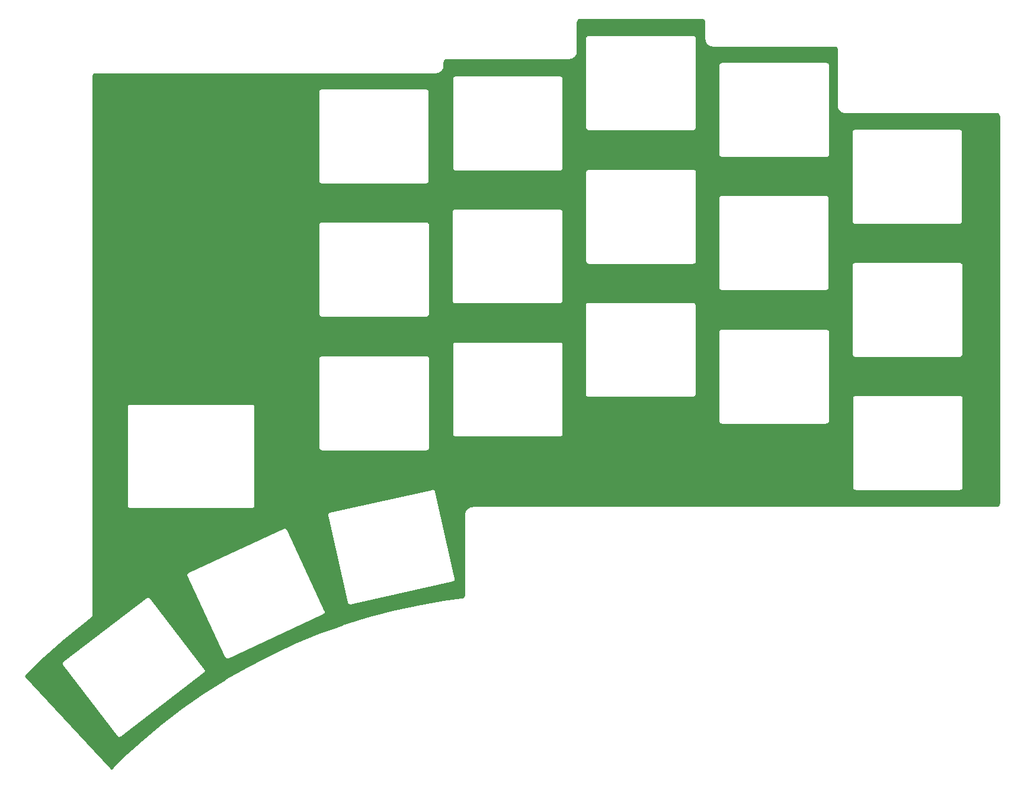
<source format=gbr>
%TF.GenerationSoftware,KiCad,Pcbnew,(5.1.7)-1*%
%TF.CreationDate,2021-07-26T00:39:18+05:30*%
%TF.ProjectId,Pteron36v0,50746572-6f6e-4333-9676-302e6b696361,rev?*%
%TF.SameCoordinates,Original*%
%TF.FileFunction,Copper,L2,Bot*%
%TF.FilePolarity,Positive*%
%FSLAX46Y46*%
G04 Gerber Fmt 4.6, Leading zero omitted, Abs format (unit mm)*
G04 Created by KiCad (PCBNEW (5.1.7)-1) date 2021-07-26 00:39:18*
%MOMM*%
%LPD*%
G01*
G04 APERTURE LIST*
%TA.AperFunction,NonConductor*%
%ADD10C,0.254000*%
%TD*%
%TA.AperFunction,NonConductor*%
%ADD11C,0.100000*%
%TD*%
G04 APERTURE END LIST*
D10*
X167548021Y-41240019D02*
X167614174Y-41259991D01*
X167675181Y-41292430D01*
X167728733Y-41336106D01*
X167772778Y-41389347D01*
X167805642Y-41450127D01*
X167826076Y-41516140D01*
X167835254Y-41603467D01*
X167835256Y-44020271D01*
X167836978Y-44037752D01*
X167836945Y-44042446D01*
X167837498Y-44048088D01*
X167853043Y-44195990D01*
X167860445Y-44232049D01*
X167867338Y-44268183D01*
X167868976Y-44273610D01*
X167912953Y-44415675D01*
X167927239Y-44449659D01*
X167940998Y-44483714D01*
X167943655Y-44488711D01*
X167943659Y-44488721D01*
X167943664Y-44488729D01*
X168014392Y-44619537D01*
X168034962Y-44650034D01*
X168055117Y-44680834D01*
X168058696Y-44685222D01*
X168058700Y-44685228D01*
X168058705Y-44685233D01*
X168153495Y-44799815D01*
X168179593Y-44825732D01*
X168205352Y-44852036D01*
X168209720Y-44855650D01*
X168324967Y-44949642D01*
X168355624Y-44970011D01*
X168385979Y-44990795D01*
X168390961Y-44993489D01*
X168390965Y-44993492D01*
X168390969Y-44993494D01*
X168522275Y-45063310D01*
X168556308Y-45077337D01*
X168590119Y-45091828D01*
X168595531Y-45093504D01*
X168595537Y-45093506D01*
X168737904Y-45136488D01*
X168774021Y-45143639D01*
X168809993Y-45151285D01*
X168815622Y-45151877D01*
X168815632Y-45151879D01*
X168815641Y-45151879D01*
X168958996Y-45165935D01*
X168983313Y-45168330D01*
X186382404Y-45168330D01*
X186471022Y-45177019D01*
X186537175Y-45196991D01*
X186598182Y-45229430D01*
X186651734Y-45273106D01*
X186695779Y-45326347D01*
X186728643Y-45387127D01*
X186749077Y-45453140D01*
X186758256Y-45540476D01*
X186758255Y-53545271D01*
X186759978Y-53562762D01*
X186759945Y-53567447D01*
X186760498Y-53573089D01*
X186776043Y-53720991D01*
X186783446Y-53757057D01*
X186790338Y-53793183D01*
X186791976Y-53798610D01*
X186835953Y-53940676D01*
X186850228Y-53974636D01*
X186863998Y-54008716D01*
X186866657Y-54013717D01*
X186866659Y-54013722D01*
X186866662Y-54013726D01*
X186937392Y-54144539D01*
X186957962Y-54175036D01*
X186978117Y-54205836D01*
X186981696Y-54210224D01*
X186981700Y-54210230D01*
X186981705Y-54210235D01*
X187076495Y-54324817D01*
X187102593Y-54350734D01*
X187128352Y-54377038D01*
X187132720Y-54380652D01*
X187247967Y-54474644D01*
X187278661Y-54495037D01*
X187308982Y-54515798D01*
X187313960Y-54518491D01*
X187313965Y-54518494D01*
X187313970Y-54518496D01*
X187445277Y-54588312D01*
X187479323Y-54602345D01*
X187513117Y-54616829D01*
X187518532Y-54618506D01*
X187660901Y-54661489D01*
X187696999Y-54668637D01*
X187732993Y-54676287D01*
X187738627Y-54676880D01*
X187738631Y-54676880D01*
X187886293Y-54691358D01*
X187906313Y-54693330D01*
X204837195Y-54693330D01*
X204837204Y-54693329D01*
X205559313Y-54693331D01*
X205599194Y-54693331D01*
X209559392Y-54693329D01*
X209648020Y-54702019D01*
X209714173Y-54721991D01*
X209775183Y-54754432D01*
X209828731Y-54798104D01*
X209872780Y-54851350D01*
X209905640Y-54912123D01*
X209926075Y-54978139D01*
X209935254Y-55065470D01*
X209935255Y-110401467D01*
X209926565Y-110490096D01*
X209906591Y-110556253D01*
X209874154Y-110617258D01*
X209830479Y-110670808D01*
X209777236Y-110714855D01*
X209716459Y-110747717D01*
X209650445Y-110768151D01*
X209563115Y-110777330D01*
X144726313Y-110777330D01*
X134676314Y-110777332D01*
X134658833Y-110779054D01*
X134654139Y-110779021D01*
X134648497Y-110779574D01*
X134500596Y-110795119D01*
X134464548Y-110802519D01*
X134428405Y-110809413D01*
X134422980Y-110811051D01*
X134422974Y-110811053D01*
X134280913Y-110855028D01*
X134246974Y-110869294D01*
X134212871Y-110883073D01*
X134207865Y-110885734D01*
X134077048Y-110956467D01*
X134046551Y-110977037D01*
X134015751Y-110997192D01*
X134011357Y-111000775D01*
X133896770Y-111095570D01*
X133870834Y-111121687D01*
X133844549Y-111147428D01*
X133840940Y-111151790D01*
X133840936Y-111151794D01*
X133840935Y-111151796D01*
X133746942Y-111267042D01*
X133726561Y-111297718D01*
X133705790Y-111328054D01*
X133703093Y-111333041D01*
X133633275Y-111464350D01*
X133619241Y-111498399D01*
X133604757Y-111532192D01*
X133603080Y-111537608D01*
X133560096Y-111679976D01*
X133552944Y-111716097D01*
X133545299Y-111752067D01*
X133544706Y-111757705D01*
X133530627Y-111901301D01*
X133528254Y-111925389D01*
X133528255Y-122847389D01*
X133528254Y-123482476D01*
X133519565Y-123571095D01*
X133499591Y-123637252D01*
X133467152Y-123698261D01*
X133423480Y-123751808D01*
X133370239Y-123795853D01*
X133309458Y-123828717D01*
X133243446Y-123849151D01*
X133149522Y-123859023D01*
X133134843Y-123860059D01*
X133117245Y-123862076D01*
X130558640Y-124211979D01*
X130551250Y-124213154D01*
X130543763Y-124214295D01*
X126909437Y-124849380D01*
X126909429Y-124849381D01*
X126908330Y-124849598D01*
X126892052Y-124852810D01*
X126892018Y-124852818D01*
X123288934Y-125645807D01*
X123288880Y-125645818D01*
X123271668Y-125650002D01*
X119706526Y-126599420D01*
X119706515Y-126599423D01*
X119689502Y-126604354D01*
X116169157Y-127708381D01*
X116152375Y-127714049D01*
X112683538Y-128970581D01*
X112667019Y-128976976D01*
X109256307Y-130383615D01*
X109256291Y-130383621D01*
X109240067Y-130390730D01*
X105893961Y-131944802D01*
X105893943Y-131944810D01*
X105878045Y-131952620D01*
X102602894Y-133651176D01*
X102587351Y-133659672D01*
X102587337Y-133659681D01*
X99389442Y-135499453D01*
X99389407Y-135499472D01*
X99384639Y-135502356D01*
X99374250Y-135508638D01*
X99374218Y-135508659D01*
X96259621Y-137486167D01*
X96259600Y-137486180D01*
X96253707Y-137490105D01*
X96244857Y-137495998D01*
X96244827Y-137496020D01*
X93219431Y-139607516D01*
X93205130Y-139617968D01*
X93205102Y-139617991D01*
X90274688Y-141859444D01*
X90260857Y-141870509D01*
X90260831Y-141870532D01*
X87430997Y-144237658D01*
X87430974Y-144237676D01*
X87424754Y-144243114D01*
X87417639Y-144249334D01*
X87417615Y-144249357D01*
X84693705Y-146737686D01*
X84688095Y-146743039D01*
X84682641Y-146748182D01*
X83096082Y-148310806D01*
X70832595Y-135090003D01*
X72642595Y-133349410D01*
X75990302Y-133349410D01*
X76004452Y-133435119D01*
X76035053Y-133516420D01*
X76080925Y-133590190D01*
X76095803Y-133606074D01*
X83861582Y-143726637D01*
X83873071Y-143745113D01*
X83887944Y-143760992D01*
X83887946Y-143760995D01*
X83932454Y-143808515D01*
X83958127Y-143826912D01*
X84003066Y-143859116D01*
X84046340Y-143878723D01*
X84082191Y-143894967D01*
X84166791Y-143914692D01*
X84253614Y-143917535D01*
X84339323Y-143903385D01*
X84420624Y-143872784D01*
X84494394Y-143826912D01*
X84510278Y-143812034D01*
X96376218Y-134706980D01*
X96394694Y-134695491D01*
X96410573Y-134680618D01*
X96410576Y-134680616D01*
X96458097Y-134636108D01*
X96508697Y-134565497D01*
X96544548Y-134486371D01*
X96564273Y-134401771D01*
X96567117Y-134314948D01*
X96552966Y-134229239D01*
X96552966Y-134229238D01*
X96522365Y-134147937D01*
X96487984Y-134092647D01*
X96487982Y-134092645D01*
X96476493Y-134074168D01*
X96461619Y-134058287D01*
X88695840Y-123937728D01*
X88684347Y-123919245D01*
X88624963Y-123855842D01*
X88554352Y-123805242D01*
X88475226Y-123769391D01*
X88390626Y-123749666D01*
X88303804Y-123746822D01*
X88218094Y-123760973D01*
X88136793Y-123791574D01*
X88089105Y-123821228D01*
X88063024Y-123837446D01*
X88047144Y-123852319D01*
X76181207Y-132957374D01*
X76162724Y-132968867D01*
X76099322Y-133028251D01*
X76048721Y-133098862D01*
X76012870Y-133177988D01*
X75993145Y-133262588D01*
X75990302Y-133349410D01*
X72642595Y-133349410D01*
X73400334Y-132620728D01*
X76353652Y-129991258D01*
X79407832Y-127475366D01*
X80315733Y-126764773D01*
X80319908Y-126762541D01*
X80381729Y-126711805D01*
X80432465Y-126649984D01*
X80470165Y-126579452D01*
X80482007Y-126540413D01*
X80482030Y-126540342D01*
X80482046Y-126540285D01*
X80493380Y-126502921D01*
X80497210Y-126464035D01*
X80497213Y-126464010D01*
X80497216Y-126463978D01*
X80499255Y-126443272D01*
X80499255Y-120667456D01*
X93817319Y-120667456D01*
X93829597Y-120753453D01*
X93858416Y-120835403D01*
X93869502Y-120854130D01*
X99260713Y-132415623D01*
X99267929Y-132436143D01*
X99279009Y-132454859D01*
X99279013Y-132454868D01*
X99312181Y-132510895D01*
X99370166Y-132575579D01*
X99439657Y-132627707D01*
X99517982Y-132665275D01*
X99602131Y-132686843D01*
X99688872Y-132691578D01*
X99774869Y-132679300D01*
X99778023Y-132678191D01*
X99856819Y-132650481D01*
X99875546Y-132639395D01*
X113430917Y-126318423D01*
X113451436Y-126311207D01*
X113470152Y-126300127D01*
X113470161Y-126300123D01*
X113526188Y-126266955D01*
X113590872Y-126208970D01*
X113643000Y-126139479D01*
X113680568Y-126061154D01*
X113686336Y-126038649D01*
X113702136Y-125977004D01*
X113706871Y-125890263D01*
X113694593Y-125804266D01*
X113672993Y-125742845D01*
X113665774Y-125722317D01*
X113654690Y-125703593D01*
X108263480Y-114142105D01*
X108256261Y-114121577D01*
X108212008Y-114046825D01*
X108154023Y-113982141D01*
X108084532Y-113930013D01*
X108006207Y-113892445D01*
X107922058Y-113870877D01*
X107835318Y-113866142D01*
X107835317Y-113866142D01*
X107749320Y-113878420D01*
X107709439Y-113892445D01*
X107667371Y-113907239D01*
X107648647Y-113918323D01*
X94093282Y-120239294D01*
X94072754Y-120246513D01*
X94054030Y-120257597D01*
X94054029Y-120257598D01*
X93998002Y-120290766D01*
X93933318Y-120348751D01*
X93881190Y-120418242D01*
X93843622Y-120496567D01*
X93822054Y-120580716D01*
X93817319Y-120667456D01*
X80499255Y-120667456D01*
X80499255Y-112007590D01*
X113962423Y-112007590D01*
X113972822Y-112093835D01*
X113979591Y-112114515D01*
X116740646Y-124568834D01*
X116743249Y-124590424D01*
X116750014Y-124611091D01*
X116750017Y-124611105D01*
X116770272Y-124672983D01*
X116812883Y-124748683D01*
X116869444Y-124814616D01*
X116937782Y-124868247D01*
X117015268Y-124907516D01*
X117098927Y-124930914D01*
X117185543Y-124937540D01*
X117250184Y-124929746D01*
X117250185Y-124929746D01*
X117271788Y-124927141D01*
X117292468Y-124920372D01*
X131894639Y-121683149D01*
X131916229Y-121680546D01*
X131936896Y-121673781D01*
X131936910Y-121673778D01*
X131998788Y-121653523D01*
X132074489Y-121610912D01*
X132140421Y-121554351D01*
X132194052Y-121486013D01*
X132233321Y-121408527D01*
X132256719Y-121324868D01*
X132263345Y-121238252D01*
X132252946Y-121152007D01*
X132246178Y-121131329D01*
X129485123Y-108677018D01*
X129482519Y-108655418D01*
X129475751Y-108634742D01*
X129475750Y-108634737D01*
X129455495Y-108572859D01*
X129412884Y-108497158D01*
X129356323Y-108431226D01*
X129287985Y-108377595D01*
X129210499Y-108338326D01*
X129126840Y-108314928D01*
X129040225Y-108308302D01*
X129040224Y-108308302D01*
X128975583Y-108316096D01*
X128975581Y-108316096D01*
X128953980Y-108318701D01*
X128933302Y-108325469D01*
X114331138Y-111562692D01*
X114309539Y-111565296D01*
X114288863Y-111572064D01*
X114288858Y-111572065D01*
X114226980Y-111592320D01*
X114151279Y-111634931D01*
X114085347Y-111691492D01*
X114031716Y-111759830D01*
X113992447Y-111837316D01*
X113969049Y-111920975D01*
X113962423Y-112007590D01*
X80499255Y-112007590D01*
X80499255Y-96550330D01*
X85307290Y-96550330D01*
X85309254Y-96570271D01*
X85309255Y-110730379D01*
X85307290Y-110750330D01*
X85315129Y-110829920D01*
X85338344Y-110906451D01*
X85376044Y-110976983D01*
X85426780Y-111038804D01*
X85488601Y-111089540D01*
X85559133Y-111127240D01*
X85635664Y-111150455D01*
X85695313Y-111156330D01*
X85695314Y-111156330D01*
X85715254Y-111158294D01*
X85735195Y-111156330D01*
X103195313Y-111156330D01*
X103215254Y-111158294D01*
X103235194Y-111156330D01*
X103235195Y-111156330D01*
X103294844Y-111150455D01*
X103371375Y-111127240D01*
X103441907Y-111089540D01*
X103503728Y-111038804D01*
X103554464Y-110976983D01*
X103592164Y-110906451D01*
X103615379Y-110829920D01*
X103623218Y-110750330D01*
X103621254Y-110730389D01*
X103621254Y-96570271D01*
X103623218Y-96550330D01*
X103615379Y-96470740D01*
X103592164Y-96394209D01*
X103554464Y-96323677D01*
X103503728Y-96261856D01*
X103441907Y-96211120D01*
X103371375Y-96173420D01*
X103294844Y-96150205D01*
X103235195Y-96144330D01*
X103215254Y-96142366D01*
X103195314Y-96144330D01*
X85735194Y-96144330D01*
X85715254Y-96142366D01*
X85695313Y-96144330D01*
X85635664Y-96150205D01*
X85559133Y-96173420D01*
X85488601Y-96211120D01*
X85426780Y-96261856D01*
X85376044Y-96323677D01*
X85338344Y-96394209D01*
X85315129Y-96470740D01*
X85307290Y-96550330D01*
X80499255Y-96550330D01*
X80499255Y-89669365D01*
X112718376Y-89669365D01*
X112720509Y-89691021D01*
X112720510Y-102447699D01*
X112718376Y-102469365D01*
X112726891Y-102555816D01*
X112752107Y-102638945D01*
X112793057Y-102715557D01*
X112848167Y-102782707D01*
X112915317Y-102837817D01*
X112991929Y-102878767D01*
X113075058Y-102903983D01*
X113139853Y-102910365D01*
X113161509Y-102912498D01*
X113183165Y-102910365D01*
X128139853Y-102910365D01*
X128161509Y-102912498D01*
X128247960Y-102903983D01*
X128331089Y-102878767D01*
X128407701Y-102837817D01*
X128474851Y-102782707D01*
X128529961Y-102715557D01*
X128570911Y-102638945D01*
X128596127Y-102555816D01*
X128602509Y-102491021D01*
X128604642Y-102469365D01*
X128602509Y-102447709D01*
X128602509Y-89691021D01*
X128604642Y-89669365D01*
X128596127Y-89582914D01*
X128570911Y-89499785D01*
X128529961Y-89423173D01*
X128474851Y-89356023D01*
X128407701Y-89300913D01*
X128331089Y-89259963D01*
X128247960Y-89234747D01*
X128183165Y-89228365D01*
X128161509Y-89226232D01*
X128139853Y-89228365D01*
X113183165Y-89228365D01*
X113161509Y-89226232D01*
X113139853Y-89228365D01*
X113075058Y-89234747D01*
X112991929Y-89259963D01*
X112915317Y-89300913D01*
X112848167Y-89356023D01*
X112793057Y-89423173D01*
X112752107Y-89499785D01*
X112726891Y-89582914D01*
X112718376Y-89669365D01*
X80499255Y-89669365D01*
X80499255Y-87693290D01*
X131785780Y-87693290D01*
X131787913Y-87714946D01*
X131787914Y-100471624D01*
X131785780Y-100493290D01*
X131794295Y-100579741D01*
X131819511Y-100662870D01*
X131860461Y-100739482D01*
X131915571Y-100806632D01*
X131982721Y-100861742D01*
X132059333Y-100902692D01*
X132142462Y-100927908D01*
X132207257Y-100934290D01*
X132228913Y-100936423D01*
X132250569Y-100934290D01*
X147207257Y-100934290D01*
X147228913Y-100936423D01*
X147315364Y-100927908D01*
X147398493Y-100902692D01*
X147475105Y-100861742D01*
X147542255Y-100806632D01*
X147597365Y-100739482D01*
X147638315Y-100662870D01*
X147663531Y-100579741D01*
X147669913Y-100514946D01*
X147672046Y-100493290D01*
X147669913Y-100471634D01*
X147669913Y-87714946D01*
X147672046Y-87693290D01*
X147663531Y-87606839D01*
X147638315Y-87523710D01*
X147597365Y-87447098D01*
X147542255Y-87379948D01*
X147475105Y-87324838D01*
X147398493Y-87283888D01*
X147315364Y-87258672D01*
X147250569Y-87252290D01*
X147228913Y-87250157D01*
X147207257Y-87252290D01*
X132250569Y-87252290D01*
X132228913Y-87250157D01*
X132207257Y-87252290D01*
X132142462Y-87258672D01*
X132059333Y-87283888D01*
X131982721Y-87324838D01*
X131915571Y-87379948D01*
X131860461Y-87447098D01*
X131819511Y-87523710D01*
X131794295Y-87606839D01*
X131785780Y-87693290D01*
X80499255Y-87693290D01*
X80499255Y-70543915D01*
X112698997Y-70543915D01*
X112701130Y-70565571D01*
X112701131Y-83322249D01*
X112698997Y-83343915D01*
X112707512Y-83430366D01*
X112732728Y-83513495D01*
X112773678Y-83590107D01*
X112828788Y-83657257D01*
X112895938Y-83712367D01*
X112972550Y-83753317D01*
X113055679Y-83778533D01*
X113120474Y-83784915D01*
X113142130Y-83787048D01*
X113163786Y-83784915D01*
X128120474Y-83784915D01*
X128142130Y-83787048D01*
X128228581Y-83778533D01*
X128311710Y-83753317D01*
X128388322Y-83712367D01*
X128455472Y-83657257D01*
X128510582Y-83590107D01*
X128551532Y-83513495D01*
X128576748Y-83430366D01*
X128583130Y-83365571D01*
X128585263Y-83343915D01*
X128583130Y-83322259D01*
X128583130Y-82009196D01*
X150779113Y-82009196D01*
X150781246Y-82030852D01*
X150781247Y-94787530D01*
X150779113Y-94809196D01*
X150787628Y-94895647D01*
X150812844Y-94978776D01*
X150853794Y-95055388D01*
X150908904Y-95122538D01*
X150976054Y-95177648D01*
X151052666Y-95218598D01*
X151135795Y-95243814D01*
X151200590Y-95250196D01*
X151222246Y-95252329D01*
X151243902Y-95250196D01*
X166200590Y-95250196D01*
X166222246Y-95252329D01*
X166308697Y-95243814D01*
X166391826Y-95218598D01*
X166468438Y-95177648D01*
X166535588Y-95122538D01*
X166590698Y-95055388D01*
X166631648Y-94978776D01*
X166656864Y-94895647D01*
X166663246Y-94830852D01*
X166665379Y-94809196D01*
X166663246Y-94787540D01*
X166663246Y-85854677D01*
X169839545Y-85854677D01*
X169841678Y-85876333D01*
X169841679Y-98633011D01*
X169839545Y-98654677D01*
X169848060Y-98741128D01*
X169873276Y-98824257D01*
X169914226Y-98900869D01*
X169969336Y-98968019D01*
X170036486Y-99023129D01*
X170113098Y-99064079D01*
X170196227Y-99089295D01*
X170261022Y-99095677D01*
X170282678Y-99097810D01*
X170304334Y-99095677D01*
X185261022Y-99095677D01*
X185282678Y-99097810D01*
X185369129Y-99089295D01*
X185452258Y-99064079D01*
X185528870Y-99023129D01*
X185596020Y-98968019D01*
X185651130Y-98900869D01*
X185692080Y-98824257D01*
X185717296Y-98741128D01*
X185723678Y-98676333D01*
X185725811Y-98654677D01*
X185723678Y-98633021D01*
X185723678Y-95340622D01*
X188941544Y-95340622D01*
X188943677Y-95362278D01*
X188943678Y-108118956D01*
X188941544Y-108140622D01*
X188950059Y-108227073D01*
X188975275Y-108310202D01*
X189016225Y-108386814D01*
X189071335Y-108453964D01*
X189138485Y-108509074D01*
X189215097Y-108550024D01*
X189298226Y-108575240D01*
X189363021Y-108581622D01*
X189384677Y-108583755D01*
X189406333Y-108581622D01*
X204363021Y-108581622D01*
X204384677Y-108583755D01*
X204471128Y-108575240D01*
X204554257Y-108550024D01*
X204630869Y-108509074D01*
X204698019Y-108453964D01*
X204753129Y-108386814D01*
X204794079Y-108310202D01*
X204819295Y-108227073D01*
X204825677Y-108162278D01*
X204827810Y-108140622D01*
X204825677Y-108118966D01*
X204825677Y-95362278D01*
X204827810Y-95340622D01*
X204819295Y-95254171D01*
X204794079Y-95171042D01*
X204753129Y-95094430D01*
X204698019Y-95027280D01*
X204630869Y-94972170D01*
X204554257Y-94931220D01*
X204471128Y-94906004D01*
X204406333Y-94899622D01*
X204384677Y-94897489D01*
X204363021Y-94899622D01*
X189406333Y-94899622D01*
X189384677Y-94897489D01*
X189363021Y-94899622D01*
X189298226Y-94906004D01*
X189215097Y-94931220D01*
X189138485Y-94972170D01*
X189071335Y-95027280D01*
X189016225Y-95094430D01*
X188975275Y-95171042D01*
X188950059Y-95254171D01*
X188941544Y-95340622D01*
X185723678Y-95340622D01*
X185723678Y-85876333D01*
X185725811Y-85854677D01*
X185717296Y-85768226D01*
X185692080Y-85685097D01*
X185651130Y-85608485D01*
X185596020Y-85541335D01*
X185528870Y-85486225D01*
X185452258Y-85445275D01*
X185369129Y-85420059D01*
X185304334Y-85413677D01*
X185282678Y-85411544D01*
X185261022Y-85413677D01*
X170304334Y-85413677D01*
X170282678Y-85411544D01*
X170261022Y-85413677D01*
X170196227Y-85420059D01*
X170113098Y-85445275D01*
X170036486Y-85486225D01*
X169969336Y-85541335D01*
X169914226Y-85608485D01*
X169873276Y-85685097D01*
X169848060Y-85768226D01*
X169839545Y-85854677D01*
X166663246Y-85854677D01*
X166663246Y-82030852D01*
X166665379Y-82009196D01*
X166656864Y-81922745D01*
X166631648Y-81839616D01*
X166590698Y-81763004D01*
X166535588Y-81695854D01*
X166468438Y-81640744D01*
X166391826Y-81599794D01*
X166308697Y-81574578D01*
X166243902Y-81568196D01*
X166222246Y-81566063D01*
X166200590Y-81568196D01*
X151243902Y-81568196D01*
X151222246Y-81566063D01*
X151200590Y-81568196D01*
X151135795Y-81574578D01*
X151052666Y-81599794D01*
X150976054Y-81640744D01*
X150908904Y-81695854D01*
X150853794Y-81763004D01*
X150812844Y-81839616D01*
X150787628Y-81922745D01*
X150779113Y-82009196D01*
X128583130Y-82009196D01*
X128583130Y-70565571D01*
X128585263Y-70543915D01*
X128576748Y-70457464D01*
X128551532Y-70374335D01*
X128510582Y-70297723D01*
X128455472Y-70230573D01*
X128388322Y-70175463D01*
X128311710Y-70134513D01*
X128228581Y-70109297D01*
X128163786Y-70102915D01*
X128142130Y-70100782D01*
X128120474Y-70102915D01*
X113163786Y-70102915D01*
X113142130Y-70100782D01*
X113120474Y-70102915D01*
X113055679Y-70109297D01*
X112972550Y-70134513D01*
X112895938Y-70175463D01*
X112828788Y-70230573D01*
X112773678Y-70297723D01*
X112732728Y-70374335D01*
X112707512Y-70457464D01*
X112698997Y-70543915D01*
X80499255Y-70543915D01*
X80499255Y-68658394D01*
X131742136Y-68658394D01*
X131744269Y-68680050D01*
X131744270Y-81436728D01*
X131742136Y-81458394D01*
X131750651Y-81544845D01*
X131775867Y-81627974D01*
X131816817Y-81704586D01*
X131871927Y-81771736D01*
X131939077Y-81826846D01*
X132015689Y-81867796D01*
X132098818Y-81893012D01*
X132163613Y-81899394D01*
X132185269Y-81901527D01*
X132206925Y-81899394D01*
X147163613Y-81899394D01*
X147185269Y-81901527D01*
X147271720Y-81893012D01*
X147354849Y-81867796D01*
X147431461Y-81826846D01*
X147498611Y-81771736D01*
X147553721Y-81704586D01*
X147594671Y-81627974D01*
X147619887Y-81544845D01*
X147626269Y-81480050D01*
X147628402Y-81458394D01*
X147626269Y-81436738D01*
X147626269Y-68680050D01*
X147628402Y-68658394D01*
X147619887Y-68571943D01*
X147594671Y-68488814D01*
X147553721Y-68412202D01*
X147498611Y-68345052D01*
X147431461Y-68289942D01*
X147354849Y-68248992D01*
X147271720Y-68223776D01*
X147206925Y-68217394D01*
X147185269Y-68215261D01*
X147163613Y-68217394D01*
X132206925Y-68217394D01*
X132185269Y-68215261D01*
X132163613Y-68217394D01*
X132098818Y-68223776D01*
X132015689Y-68248992D01*
X131939077Y-68289942D01*
X131871927Y-68345052D01*
X131816817Y-68412202D01*
X131775867Y-68488814D01*
X131750651Y-68571943D01*
X131742136Y-68658394D01*
X80499255Y-68658394D01*
X80499255Y-51509020D01*
X112655353Y-51509020D01*
X112657486Y-51530676D01*
X112657487Y-64287354D01*
X112655353Y-64309020D01*
X112663868Y-64395471D01*
X112689084Y-64478600D01*
X112730034Y-64555212D01*
X112785144Y-64622362D01*
X112852294Y-64677472D01*
X112928906Y-64718422D01*
X113012035Y-64743638D01*
X113076830Y-64750020D01*
X113098486Y-64752153D01*
X113120142Y-64750020D01*
X128076830Y-64750020D01*
X128098486Y-64752153D01*
X128184937Y-64743638D01*
X128268066Y-64718422D01*
X128344678Y-64677472D01*
X128411828Y-64622362D01*
X128466938Y-64555212D01*
X128507888Y-64478600D01*
X128533104Y-64395471D01*
X128539486Y-64330676D01*
X128541619Y-64309020D01*
X128539486Y-64287364D01*
X128539486Y-62998567D01*
X150826029Y-62998567D01*
X150828162Y-63020223D01*
X150828163Y-75776901D01*
X150826029Y-75798567D01*
X150834544Y-75885018D01*
X150859760Y-75968147D01*
X150900710Y-76044759D01*
X150955820Y-76111909D01*
X151022970Y-76167019D01*
X151099582Y-76207969D01*
X151182711Y-76233185D01*
X151247506Y-76239567D01*
X151269162Y-76241700D01*
X151290818Y-76239567D01*
X166247506Y-76239567D01*
X166269162Y-76241700D01*
X166355613Y-76233185D01*
X166438742Y-76207969D01*
X166515354Y-76167019D01*
X166582504Y-76111909D01*
X166637614Y-76044759D01*
X166678564Y-75968147D01*
X166703780Y-75885018D01*
X166710162Y-75820223D01*
X166712295Y-75798567D01*
X166710162Y-75776911D01*
X166710162Y-66729232D01*
X169820172Y-66729232D01*
X169822305Y-66750888D01*
X169822306Y-79507566D01*
X169820172Y-79529232D01*
X169828687Y-79615683D01*
X169853903Y-79698812D01*
X169894853Y-79775424D01*
X169949963Y-79842574D01*
X170017113Y-79897684D01*
X170093725Y-79938634D01*
X170176854Y-79963850D01*
X170241649Y-79970232D01*
X170263305Y-79972365D01*
X170284961Y-79970232D01*
X185241649Y-79970232D01*
X185263305Y-79972365D01*
X185349756Y-79963850D01*
X185432885Y-79938634D01*
X185509497Y-79897684D01*
X185576647Y-79842574D01*
X185631757Y-79775424D01*
X185672707Y-79698812D01*
X185697923Y-79615683D01*
X185704305Y-79550888D01*
X185706438Y-79529232D01*
X185704305Y-79507576D01*
X185704305Y-76305722D01*
X188897902Y-76305722D01*
X188900035Y-76327378D01*
X188900036Y-89084056D01*
X188897902Y-89105722D01*
X188906417Y-89192173D01*
X188931633Y-89275302D01*
X188972583Y-89351914D01*
X189027693Y-89419064D01*
X189094843Y-89474174D01*
X189171455Y-89515124D01*
X189254584Y-89540340D01*
X189319379Y-89546722D01*
X189341035Y-89548855D01*
X189362691Y-89546722D01*
X204319379Y-89546722D01*
X204341035Y-89548855D01*
X204427486Y-89540340D01*
X204510615Y-89515124D01*
X204587227Y-89474174D01*
X204654377Y-89419064D01*
X204709487Y-89351914D01*
X204750437Y-89275302D01*
X204775653Y-89192173D01*
X204782035Y-89127378D01*
X204784168Y-89105722D01*
X204782035Y-89084066D01*
X204782035Y-76327378D01*
X204784168Y-76305722D01*
X204775653Y-76219271D01*
X204750437Y-76136142D01*
X204709487Y-76059530D01*
X204654377Y-75992380D01*
X204587227Y-75937270D01*
X204510615Y-75896320D01*
X204427486Y-75871104D01*
X204362691Y-75864722D01*
X204341035Y-75862589D01*
X204319379Y-75864722D01*
X189362691Y-75864722D01*
X189341035Y-75862589D01*
X189319379Y-75864722D01*
X189254584Y-75871104D01*
X189171455Y-75896320D01*
X189094843Y-75937270D01*
X189027693Y-75992380D01*
X188972583Y-76059530D01*
X188931633Y-76136142D01*
X188906417Y-76219271D01*
X188897902Y-76305722D01*
X185704305Y-76305722D01*
X185704305Y-66750888D01*
X185706438Y-66729232D01*
X185697923Y-66642781D01*
X185672707Y-66559652D01*
X185631757Y-66483040D01*
X185576647Y-66415890D01*
X185509497Y-66360780D01*
X185432885Y-66319830D01*
X185349756Y-66294614D01*
X185284961Y-66288232D01*
X185263305Y-66286099D01*
X185241649Y-66288232D01*
X170284961Y-66288232D01*
X170263305Y-66286099D01*
X170241649Y-66288232D01*
X170176854Y-66294614D01*
X170093725Y-66319830D01*
X170017113Y-66360780D01*
X169949963Y-66415890D01*
X169894853Y-66483040D01*
X169853903Y-66559652D01*
X169828687Y-66642781D01*
X169820172Y-66729232D01*
X166710162Y-66729232D01*
X166710162Y-63020223D01*
X166712295Y-62998567D01*
X166703780Y-62912116D01*
X166678564Y-62828987D01*
X166637614Y-62752375D01*
X166582504Y-62685225D01*
X166515354Y-62630115D01*
X166438742Y-62589165D01*
X166355613Y-62563949D01*
X166290818Y-62557567D01*
X166269162Y-62555434D01*
X166247506Y-62557567D01*
X151290818Y-62557567D01*
X151269162Y-62555434D01*
X151247506Y-62557567D01*
X151182711Y-62563949D01*
X151099582Y-62589165D01*
X151022970Y-62630115D01*
X150955820Y-62685225D01*
X150900710Y-62752375D01*
X150859760Y-62828987D01*
X150834544Y-62912116D01*
X150826029Y-62998567D01*
X128539486Y-62998567D01*
X128539486Y-51530676D01*
X128541619Y-51509020D01*
X128533104Y-51422569D01*
X128507888Y-51339440D01*
X128466938Y-51262828D01*
X128411828Y-51195678D01*
X128344678Y-51140568D01*
X128268066Y-51099618D01*
X128184937Y-51074402D01*
X128120142Y-51068020D01*
X128098486Y-51065887D01*
X128076830Y-51068020D01*
X113120142Y-51068020D01*
X113098486Y-51065887D01*
X113076830Y-51068020D01*
X113012035Y-51074402D01*
X112928906Y-51099618D01*
X112852294Y-51140568D01*
X112785144Y-51195678D01*
X112730034Y-51262828D01*
X112689084Y-51339440D01*
X112663868Y-51422569D01*
X112655353Y-51509020D01*
X80499255Y-51509020D01*
X80499255Y-49647769D01*
X131789048Y-49647769D01*
X131791181Y-49669425D01*
X131791182Y-62426103D01*
X131789048Y-62447769D01*
X131797563Y-62534220D01*
X131822779Y-62617349D01*
X131863729Y-62693961D01*
X131918839Y-62761111D01*
X131985989Y-62816221D01*
X132062601Y-62857171D01*
X132145730Y-62882387D01*
X132210525Y-62888769D01*
X132232181Y-62890902D01*
X132253837Y-62888769D01*
X147210525Y-62888769D01*
X147232181Y-62890902D01*
X147318632Y-62882387D01*
X147401761Y-62857171D01*
X147478373Y-62816221D01*
X147545523Y-62761111D01*
X147600633Y-62693961D01*
X147641583Y-62617349D01*
X147666799Y-62534220D01*
X147673181Y-62469425D01*
X147675314Y-62447769D01*
X147673181Y-62426113D01*
X147673181Y-49669425D01*
X147675314Y-49647769D01*
X147666799Y-49561318D01*
X147641583Y-49478189D01*
X147600633Y-49401577D01*
X147545523Y-49334427D01*
X147478373Y-49279317D01*
X147401761Y-49238367D01*
X147318632Y-49213151D01*
X147253837Y-49206769D01*
X147232181Y-49204636D01*
X147210525Y-49206769D01*
X132253837Y-49206769D01*
X132232181Y-49204636D01*
X132210525Y-49206769D01*
X132145730Y-49213151D01*
X132062601Y-49238367D01*
X131985989Y-49279317D01*
X131918839Y-49334427D01*
X131863729Y-49401577D01*
X131822779Y-49478189D01*
X131797563Y-49561318D01*
X131789048Y-49647769D01*
X80499255Y-49647769D01*
X80499255Y-49354171D01*
X80507943Y-49265563D01*
X80527915Y-49199410D01*
X80560354Y-49138403D01*
X80604030Y-49084851D01*
X80657271Y-49040806D01*
X80718051Y-49007942D01*
X80784064Y-48987508D01*
X80871390Y-48978330D01*
X129526196Y-48978330D01*
X129543687Y-48976607D01*
X129548371Y-48976640D01*
X129554013Y-48976087D01*
X129701915Y-48960542D01*
X129737974Y-48953140D01*
X129774108Y-48946247D01*
X129779535Y-48944609D01*
X129921600Y-48900632D01*
X129955584Y-48886346D01*
X129989639Y-48872587D01*
X129994636Y-48869930D01*
X129994646Y-48869926D01*
X129994654Y-48869921D01*
X130125462Y-48799193D01*
X130155959Y-48778623D01*
X130186759Y-48758468D01*
X130191147Y-48754889D01*
X130191153Y-48754885D01*
X130191158Y-48754880D01*
X130305740Y-48660090D01*
X130331657Y-48633992D01*
X130357961Y-48608233D01*
X130361575Y-48603865D01*
X130455567Y-48488618D01*
X130475936Y-48457961D01*
X130496720Y-48427606D01*
X130499414Y-48422624D01*
X130499417Y-48422620D01*
X130499419Y-48422616D01*
X130569235Y-48291310D01*
X130583262Y-48257277D01*
X130597753Y-48223466D01*
X130599430Y-48218050D01*
X130642413Y-48075681D01*
X130649564Y-48039564D01*
X130657210Y-48003592D01*
X130657802Y-47997963D01*
X130657804Y-47997953D01*
X130657804Y-47997944D01*
X130672103Y-47852108D01*
X130674254Y-47830271D01*
X130674254Y-47322194D01*
X130682944Y-47233565D01*
X130702916Y-47167412D01*
X130735357Y-47106402D01*
X130779029Y-47052854D01*
X130832275Y-47008805D01*
X130893048Y-46975945D01*
X130959064Y-46955510D01*
X131046395Y-46946331D01*
X148576196Y-46946331D01*
X148593687Y-46944608D01*
X148598371Y-46944641D01*
X148604013Y-46944088D01*
X148751916Y-46928543D01*
X148787965Y-46921143D01*
X148824106Y-46914249D01*
X148829531Y-46912611D01*
X148829537Y-46912609D01*
X148971599Y-46868634D01*
X149005538Y-46854368D01*
X149039641Y-46840589D01*
X149044641Y-46837931D01*
X149044645Y-46837929D01*
X149044648Y-46837927D01*
X149175466Y-46767194D01*
X149205989Y-46746605D01*
X149236761Y-46726469D01*
X149241152Y-46722888D01*
X149241156Y-46722885D01*
X149241160Y-46722881D01*
X149355742Y-46628091D01*
X149381659Y-46601993D01*
X149407963Y-46576234D01*
X149411577Y-46571866D01*
X149505569Y-46456619D01*
X149525938Y-46425962D01*
X149546722Y-46395607D01*
X149549416Y-46390625D01*
X149549419Y-46390621D01*
X149549421Y-46390617D01*
X149619237Y-46259311D01*
X149633266Y-46225274D01*
X149647755Y-46191469D01*
X149649432Y-46186054D01*
X149692415Y-46043685D01*
X149699563Y-46007587D01*
X149707213Y-45971593D01*
X149707806Y-45965955D01*
X149722318Y-45817948D01*
X149722318Y-45817937D01*
X149724255Y-45798271D01*
X149724255Y-43873116D01*
X150806646Y-43873116D01*
X150808779Y-43894772D01*
X150808780Y-56651450D01*
X150806646Y-56673116D01*
X150815161Y-56759567D01*
X150840377Y-56842696D01*
X150881327Y-56919308D01*
X150936437Y-56986458D01*
X151003587Y-57041568D01*
X151080199Y-57082518D01*
X151163328Y-57107734D01*
X151228123Y-57114116D01*
X151249779Y-57116249D01*
X151271435Y-57114116D01*
X166228123Y-57114116D01*
X166249779Y-57116249D01*
X166336230Y-57107734D01*
X166419359Y-57082518D01*
X166495971Y-57041568D01*
X166563121Y-56986458D01*
X166618231Y-56919308D01*
X166659181Y-56842696D01*
X166684397Y-56759567D01*
X166690779Y-56694772D01*
X166692912Y-56673116D01*
X166690779Y-56651460D01*
X166690779Y-47718605D01*
X169867082Y-47718605D01*
X169869215Y-47740261D01*
X169869216Y-60496939D01*
X169867082Y-60518605D01*
X169875597Y-60605056D01*
X169900813Y-60688185D01*
X169941763Y-60764797D01*
X169996873Y-60831947D01*
X170064023Y-60887057D01*
X170140635Y-60928007D01*
X170223764Y-60953223D01*
X170288559Y-60959605D01*
X170310215Y-60961738D01*
X170331871Y-60959605D01*
X185288559Y-60959605D01*
X185310215Y-60961738D01*
X185396666Y-60953223D01*
X185479795Y-60928007D01*
X185556407Y-60887057D01*
X185623557Y-60831947D01*
X185678667Y-60764797D01*
X185719617Y-60688185D01*
X185744833Y-60605056D01*
X185751215Y-60540261D01*
X185753348Y-60518605D01*
X185751215Y-60496949D01*
X185751215Y-57270820D01*
X188854254Y-57270820D01*
X188856387Y-57292476D01*
X188856388Y-70049154D01*
X188854254Y-70070820D01*
X188862769Y-70157271D01*
X188887985Y-70240400D01*
X188928935Y-70317012D01*
X188984045Y-70384162D01*
X189051195Y-70439272D01*
X189127807Y-70480222D01*
X189210936Y-70505438D01*
X189275731Y-70511820D01*
X189297387Y-70513953D01*
X189319043Y-70511820D01*
X204275731Y-70511820D01*
X204297387Y-70513953D01*
X204383838Y-70505438D01*
X204466967Y-70480222D01*
X204543579Y-70439272D01*
X204610729Y-70384162D01*
X204665839Y-70317012D01*
X204706789Y-70240400D01*
X204732005Y-70157271D01*
X204738387Y-70092476D01*
X204740520Y-70070820D01*
X204738387Y-70049164D01*
X204738387Y-57292476D01*
X204740520Y-57270820D01*
X204732005Y-57184369D01*
X204706789Y-57101240D01*
X204665839Y-57024628D01*
X204610729Y-56957478D01*
X204543579Y-56902368D01*
X204466967Y-56861418D01*
X204383838Y-56836202D01*
X204319043Y-56829820D01*
X204297387Y-56827687D01*
X204275731Y-56829820D01*
X189319043Y-56829820D01*
X189297387Y-56827687D01*
X189275731Y-56829820D01*
X189210936Y-56836202D01*
X189127807Y-56861418D01*
X189051195Y-56902368D01*
X188984045Y-56957478D01*
X188928935Y-57024628D01*
X188887985Y-57101240D01*
X188862769Y-57184369D01*
X188854254Y-57270820D01*
X185751215Y-57270820D01*
X185751215Y-47740261D01*
X185753348Y-47718605D01*
X185744833Y-47632154D01*
X185719617Y-47549025D01*
X185678667Y-47472413D01*
X185623557Y-47405263D01*
X185556407Y-47350153D01*
X185479795Y-47309203D01*
X185396666Y-47283987D01*
X185331871Y-47277605D01*
X185310215Y-47275472D01*
X185288559Y-47277605D01*
X170331871Y-47277605D01*
X170310215Y-47275472D01*
X170288559Y-47277605D01*
X170223764Y-47283987D01*
X170140635Y-47309203D01*
X170064023Y-47350153D01*
X169996873Y-47405263D01*
X169941763Y-47472413D01*
X169900813Y-47549025D01*
X169875597Y-47632154D01*
X169867082Y-47718605D01*
X166690779Y-47718605D01*
X166690779Y-43894772D01*
X166692912Y-43873116D01*
X166684397Y-43786665D01*
X166659181Y-43703536D01*
X166618231Y-43626924D01*
X166563121Y-43559774D01*
X166495971Y-43504664D01*
X166419359Y-43463714D01*
X166336230Y-43438498D01*
X166271435Y-43432116D01*
X166249779Y-43429983D01*
X166228123Y-43432116D01*
X151271435Y-43432116D01*
X151249779Y-43429983D01*
X151228123Y-43432116D01*
X151163328Y-43438498D01*
X151080199Y-43463714D01*
X151003587Y-43504664D01*
X150936437Y-43559774D01*
X150881327Y-43626924D01*
X150840377Y-43703536D01*
X150815161Y-43786665D01*
X150806646Y-43873116D01*
X149724255Y-43873116D01*
X149724255Y-41607183D01*
X149732944Y-41518565D01*
X149752916Y-41452412D01*
X149785356Y-41391401D01*
X149829030Y-41337852D01*
X149882271Y-41293807D01*
X149943053Y-41260942D01*
X150009060Y-41240510D01*
X150096394Y-41231331D01*
X167459413Y-41231331D01*
X167548021Y-41240019D01*
%TA.AperFunction,NonConductor*%
D11*
G36*
X167548021Y-41240019D02*
G01*
X167614174Y-41259991D01*
X167675181Y-41292430D01*
X167728733Y-41336106D01*
X167772778Y-41389347D01*
X167805642Y-41450127D01*
X167826076Y-41516140D01*
X167835254Y-41603467D01*
X167835256Y-44020271D01*
X167836978Y-44037752D01*
X167836945Y-44042446D01*
X167837498Y-44048088D01*
X167853043Y-44195990D01*
X167860445Y-44232049D01*
X167867338Y-44268183D01*
X167868976Y-44273610D01*
X167912953Y-44415675D01*
X167927239Y-44449659D01*
X167940998Y-44483714D01*
X167943655Y-44488711D01*
X167943659Y-44488721D01*
X167943664Y-44488729D01*
X168014392Y-44619537D01*
X168034962Y-44650034D01*
X168055117Y-44680834D01*
X168058696Y-44685222D01*
X168058700Y-44685228D01*
X168058705Y-44685233D01*
X168153495Y-44799815D01*
X168179593Y-44825732D01*
X168205352Y-44852036D01*
X168209720Y-44855650D01*
X168324967Y-44949642D01*
X168355624Y-44970011D01*
X168385979Y-44990795D01*
X168390961Y-44993489D01*
X168390965Y-44993492D01*
X168390969Y-44993494D01*
X168522275Y-45063310D01*
X168556308Y-45077337D01*
X168590119Y-45091828D01*
X168595531Y-45093504D01*
X168595537Y-45093506D01*
X168737904Y-45136488D01*
X168774021Y-45143639D01*
X168809993Y-45151285D01*
X168815622Y-45151877D01*
X168815632Y-45151879D01*
X168815641Y-45151879D01*
X168958996Y-45165935D01*
X168983313Y-45168330D01*
X186382404Y-45168330D01*
X186471022Y-45177019D01*
X186537175Y-45196991D01*
X186598182Y-45229430D01*
X186651734Y-45273106D01*
X186695779Y-45326347D01*
X186728643Y-45387127D01*
X186749077Y-45453140D01*
X186758256Y-45540476D01*
X186758255Y-53545271D01*
X186759978Y-53562762D01*
X186759945Y-53567447D01*
X186760498Y-53573089D01*
X186776043Y-53720991D01*
X186783446Y-53757057D01*
X186790338Y-53793183D01*
X186791976Y-53798610D01*
X186835953Y-53940676D01*
X186850228Y-53974636D01*
X186863998Y-54008716D01*
X186866657Y-54013717D01*
X186866659Y-54013722D01*
X186866662Y-54013726D01*
X186937392Y-54144539D01*
X186957962Y-54175036D01*
X186978117Y-54205836D01*
X186981696Y-54210224D01*
X186981700Y-54210230D01*
X186981705Y-54210235D01*
X187076495Y-54324817D01*
X187102593Y-54350734D01*
X187128352Y-54377038D01*
X187132720Y-54380652D01*
X187247967Y-54474644D01*
X187278661Y-54495037D01*
X187308982Y-54515798D01*
X187313960Y-54518491D01*
X187313965Y-54518494D01*
X187313970Y-54518496D01*
X187445277Y-54588312D01*
X187479323Y-54602345D01*
X187513117Y-54616829D01*
X187518532Y-54618506D01*
X187660901Y-54661489D01*
X187696999Y-54668637D01*
X187732993Y-54676287D01*
X187738627Y-54676880D01*
X187738631Y-54676880D01*
X187886293Y-54691358D01*
X187906313Y-54693330D01*
X204837195Y-54693330D01*
X204837204Y-54693329D01*
X205559313Y-54693331D01*
X205599194Y-54693331D01*
X209559392Y-54693329D01*
X209648020Y-54702019D01*
X209714173Y-54721991D01*
X209775183Y-54754432D01*
X209828731Y-54798104D01*
X209872780Y-54851350D01*
X209905640Y-54912123D01*
X209926075Y-54978139D01*
X209935254Y-55065470D01*
X209935255Y-110401467D01*
X209926565Y-110490096D01*
X209906591Y-110556253D01*
X209874154Y-110617258D01*
X209830479Y-110670808D01*
X209777236Y-110714855D01*
X209716459Y-110747717D01*
X209650445Y-110768151D01*
X209563115Y-110777330D01*
X144726313Y-110777330D01*
X134676314Y-110777332D01*
X134658833Y-110779054D01*
X134654139Y-110779021D01*
X134648497Y-110779574D01*
X134500596Y-110795119D01*
X134464548Y-110802519D01*
X134428405Y-110809413D01*
X134422980Y-110811051D01*
X134422974Y-110811053D01*
X134280913Y-110855028D01*
X134246974Y-110869294D01*
X134212871Y-110883073D01*
X134207865Y-110885734D01*
X134077048Y-110956467D01*
X134046551Y-110977037D01*
X134015751Y-110997192D01*
X134011357Y-111000775D01*
X133896770Y-111095570D01*
X133870834Y-111121687D01*
X133844549Y-111147428D01*
X133840940Y-111151790D01*
X133840936Y-111151794D01*
X133840935Y-111151796D01*
X133746942Y-111267042D01*
X133726561Y-111297718D01*
X133705790Y-111328054D01*
X133703093Y-111333041D01*
X133633275Y-111464350D01*
X133619241Y-111498399D01*
X133604757Y-111532192D01*
X133603080Y-111537608D01*
X133560096Y-111679976D01*
X133552944Y-111716097D01*
X133545299Y-111752067D01*
X133544706Y-111757705D01*
X133530627Y-111901301D01*
X133528254Y-111925389D01*
X133528255Y-122847389D01*
X133528254Y-123482476D01*
X133519565Y-123571095D01*
X133499591Y-123637252D01*
X133467152Y-123698261D01*
X133423480Y-123751808D01*
X133370239Y-123795853D01*
X133309458Y-123828717D01*
X133243446Y-123849151D01*
X133149522Y-123859023D01*
X133134843Y-123860059D01*
X133117245Y-123862076D01*
X130558640Y-124211979D01*
X130551250Y-124213154D01*
X130543763Y-124214295D01*
X126909437Y-124849380D01*
X126909429Y-124849381D01*
X126908330Y-124849598D01*
X126892052Y-124852810D01*
X126892018Y-124852818D01*
X123288934Y-125645807D01*
X123288880Y-125645818D01*
X123271668Y-125650002D01*
X119706526Y-126599420D01*
X119706515Y-126599423D01*
X119689502Y-126604354D01*
X116169157Y-127708381D01*
X116152375Y-127714049D01*
X112683538Y-128970581D01*
X112667019Y-128976976D01*
X109256307Y-130383615D01*
X109256291Y-130383621D01*
X109240067Y-130390730D01*
X105893961Y-131944802D01*
X105893943Y-131944810D01*
X105878045Y-131952620D01*
X102602894Y-133651176D01*
X102587351Y-133659672D01*
X102587337Y-133659681D01*
X99389442Y-135499453D01*
X99389407Y-135499472D01*
X99384639Y-135502356D01*
X99374250Y-135508638D01*
X99374218Y-135508659D01*
X96259621Y-137486167D01*
X96259600Y-137486180D01*
X96253707Y-137490105D01*
X96244857Y-137495998D01*
X96244827Y-137496020D01*
X93219431Y-139607516D01*
X93205130Y-139617968D01*
X93205102Y-139617991D01*
X90274688Y-141859444D01*
X90260857Y-141870509D01*
X90260831Y-141870532D01*
X87430997Y-144237658D01*
X87430974Y-144237676D01*
X87424754Y-144243114D01*
X87417639Y-144249334D01*
X87417615Y-144249357D01*
X84693705Y-146737686D01*
X84688095Y-146743039D01*
X84682641Y-146748182D01*
X83096082Y-148310806D01*
X70832595Y-135090003D01*
X72642595Y-133349410D01*
X75990302Y-133349410D01*
X76004452Y-133435119D01*
X76035053Y-133516420D01*
X76080925Y-133590190D01*
X76095803Y-133606074D01*
X83861582Y-143726637D01*
X83873071Y-143745113D01*
X83887944Y-143760992D01*
X83887946Y-143760995D01*
X83932454Y-143808515D01*
X83958127Y-143826912D01*
X84003066Y-143859116D01*
X84046340Y-143878723D01*
X84082191Y-143894967D01*
X84166791Y-143914692D01*
X84253614Y-143917535D01*
X84339323Y-143903385D01*
X84420624Y-143872784D01*
X84494394Y-143826912D01*
X84510278Y-143812034D01*
X96376218Y-134706980D01*
X96394694Y-134695491D01*
X96410573Y-134680618D01*
X96410576Y-134680616D01*
X96458097Y-134636108D01*
X96508697Y-134565497D01*
X96544548Y-134486371D01*
X96564273Y-134401771D01*
X96567117Y-134314948D01*
X96552966Y-134229239D01*
X96552966Y-134229238D01*
X96522365Y-134147937D01*
X96487984Y-134092647D01*
X96487982Y-134092645D01*
X96476493Y-134074168D01*
X96461619Y-134058287D01*
X88695840Y-123937728D01*
X88684347Y-123919245D01*
X88624963Y-123855842D01*
X88554352Y-123805242D01*
X88475226Y-123769391D01*
X88390626Y-123749666D01*
X88303804Y-123746822D01*
X88218094Y-123760973D01*
X88136793Y-123791574D01*
X88089105Y-123821228D01*
X88063024Y-123837446D01*
X88047144Y-123852319D01*
X76181207Y-132957374D01*
X76162724Y-132968867D01*
X76099322Y-133028251D01*
X76048721Y-133098862D01*
X76012870Y-133177988D01*
X75993145Y-133262588D01*
X75990302Y-133349410D01*
X72642595Y-133349410D01*
X73400334Y-132620728D01*
X76353652Y-129991258D01*
X79407832Y-127475366D01*
X80315733Y-126764773D01*
X80319908Y-126762541D01*
X80381729Y-126711805D01*
X80432465Y-126649984D01*
X80470165Y-126579452D01*
X80482007Y-126540413D01*
X80482030Y-126540342D01*
X80482046Y-126540285D01*
X80493380Y-126502921D01*
X80497210Y-126464035D01*
X80497213Y-126464010D01*
X80497216Y-126463978D01*
X80499255Y-126443272D01*
X80499255Y-120667456D01*
X93817319Y-120667456D01*
X93829597Y-120753453D01*
X93858416Y-120835403D01*
X93869502Y-120854130D01*
X99260713Y-132415623D01*
X99267929Y-132436143D01*
X99279009Y-132454859D01*
X99279013Y-132454868D01*
X99312181Y-132510895D01*
X99370166Y-132575579D01*
X99439657Y-132627707D01*
X99517982Y-132665275D01*
X99602131Y-132686843D01*
X99688872Y-132691578D01*
X99774869Y-132679300D01*
X99778023Y-132678191D01*
X99856819Y-132650481D01*
X99875546Y-132639395D01*
X113430917Y-126318423D01*
X113451436Y-126311207D01*
X113470152Y-126300127D01*
X113470161Y-126300123D01*
X113526188Y-126266955D01*
X113590872Y-126208970D01*
X113643000Y-126139479D01*
X113680568Y-126061154D01*
X113686336Y-126038649D01*
X113702136Y-125977004D01*
X113706871Y-125890263D01*
X113694593Y-125804266D01*
X113672993Y-125742845D01*
X113665774Y-125722317D01*
X113654690Y-125703593D01*
X108263480Y-114142105D01*
X108256261Y-114121577D01*
X108212008Y-114046825D01*
X108154023Y-113982141D01*
X108084532Y-113930013D01*
X108006207Y-113892445D01*
X107922058Y-113870877D01*
X107835318Y-113866142D01*
X107835317Y-113866142D01*
X107749320Y-113878420D01*
X107709439Y-113892445D01*
X107667371Y-113907239D01*
X107648647Y-113918323D01*
X94093282Y-120239294D01*
X94072754Y-120246513D01*
X94054030Y-120257597D01*
X94054029Y-120257598D01*
X93998002Y-120290766D01*
X93933318Y-120348751D01*
X93881190Y-120418242D01*
X93843622Y-120496567D01*
X93822054Y-120580716D01*
X93817319Y-120667456D01*
X80499255Y-120667456D01*
X80499255Y-112007590D01*
X113962423Y-112007590D01*
X113972822Y-112093835D01*
X113979591Y-112114515D01*
X116740646Y-124568834D01*
X116743249Y-124590424D01*
X116750014Y-124611091D01*
X116750017Y-124611105D01*
X116770272Y-124672983D01*
X116812883Y-124748683D01*
X116869444Y-124814616D01*
X116937782Y-124868247D01*
X117015268Y-124907516D01*
X117098927Y-124930914D01*
X117185543Y-124937540D01*
X117250184Y-124929746D01*
X117250185Y-124929746D01*
X117271788Y-124927141D01*
X117292468Y-124920372D01*
X131894639Y-121683149D01*
X131916229Y-121680546D01*
X131936896Y-121673781D01*
X131936910Y-121673778D01*
X131998788Y-121653523D01*
X132074489Y-121610912D01*
X132140421Y-121554351D01*
X132194052Y-121486013D01*
X132233321Y-121408527D01*
X132256719Y-121324868D01*
X132263345Y-121238252D01*
X132252946Y-121152007D01*
X132246178Y-121131329D01*
X129485123Y-108677018D01*
X129482519Y-108655418D01*
X129475751Y-108634742D01*
X129475750Y-108634737D01*
X129455495Y-108572859D01*
X129412884Y-108497158D01*
X129356323Y-108431226D01*
X129287985Y-108377595D01*
X129210499Y-108338326D01*
X129126840Y-108314928D01*
X129040225Y-108308302D01*
X129040224Y-108308302D01*
X128975583Y-108316096D01*
X128975581Y-108316096D01*
X128953980Y-108318701D01*
X128933302Y-108325469D01*
X114331138Y-111562692D01*
X114309539Y-111565296D01*
X114288863Y-111572064D01*
X114288858Y-111572065D01*
X114226980Y-111592320D01*
X114151279Y-111634931D01*
X114085347Y-111691492D01*
X114031716Y-111759830D01*
X113992447Y-111837316D01*
X113969049Y-111920975D01*
X113962423Y-112007590D01*
X80499255Y-112007590D01*
X80499255Y-96550330D01*
X85307290Y-96550330D01*
X85309254Y-96570271D01*
X85309255Y-110730379D01*
X85307290Y-110750330D01*
X85315129Y-110829920D01*
X85338344Y-110906451D01*
X85376044Y-110976983D01*
X85426780Y-111038804D01*
X85488601Y-111089540D01*
X85559133Y-111127240D01*
X85635664Y-111150455D01*
X85695313Y-111156330D01*
X85695314Y-111156330D01*
X85715254Y-111158294D01*
X85735195Y-111156330D01*
X103195313Y-111156330D01*
X103215254Y-111158294D01*
X103235194Y-111156330D01*
X103235195Y-111156330D01*
X103294844Y-111150455D01*
X103371375Y-111127240D01*
X103441907Y-111089540D01*
X103503728Y-111038804D01*
X103554464Y-110976983D01*
X103592164Y-110906451D01*
X103615379Y-110829920D01*
X103623218Y-110750330D01*
X103621254Y-110730389D01*
X103621254Y-96570271D01*
X103623218Y-96550330D01*
X103615379Y-96470740D01*
X103592164Y-96394209D01*
X103554464Y-96323677D01*
X103503728Y-96261856D01*
X103441907Y-96211120D01*
X103371375Y-96173420D01*
X103294844Y-96150205D01*
X103235195Y-96144330D01*
X103215254Y-96142366D01*
X103195314Y-96144330D01*
X85735194Y-96144330D01*
X85715254Y-96142366D01*
X85695313Y-96144330D01*
X85635664Y-96150205D01*
X85559133Y-96173420D01*
X85488601Y-96211120D01*
X85426780Y-96261856D01*
X85376044Y-96323677D01*
X85338344Y-96394209D01*
X85315129Y-96470740D01*
X85307290Y-96550330D01*
X80499255Y-96550330D01*
X80499255Y-89669365D01*
X112718376Y-89669365D01*
X112720509Y-89691021D01*
X112720510Y-102447699D01*
X112718376Y-102469365D01*
X112726891Y-102555816D01*
X112752107Y-102638945D01*
X112793057Y-102715557D01*
X112848167Y-102782707D01*
X112915317Y-102837817D01*
X112991929Y-102878767D01*
X113075058Y-102903983D01*
X113139853Y-102910365D01*
X113161509Y-102912498D01*
X113183165Y-102910365D01*
X128139853Y-102910365D01*
X128161509Y-102912498D01*
X128247960Y-102903983D01*
X128331089Y-102878767D01*
X128407701Y-102837817D01*
X128474851Y-102782707D01*
X128529961Y-102715557D01*
X128570911Y-102638945D01*
X128596127Y-102555816D01*
X128602509Y-102491021D01*
X128604642Y-102469365D01*
X128602509Y-102447709D01*
X128602509Y-89691021D01*
X128604642Y-89669365D01*
X128596127Y-89582914D01*
X128570911Y-89499785D01*
X128529961Y-89423173D01*
X128474851Y-89356023D01*
X128407701Y-89300913D01*
X128331089Y-89259963D01*
X128247960Y-89234747D01*
X128183165Y-89228365D01*
X128161509Y-89226232D01*
X128139853Y-89228365D01*
X113183165Y-89228365D01*
X113161509Y-89226232D01*
X113139853Y-89228365D01*
X113075058Y-89234747D01*
X112991929Y-89259963D01*
X112915317Y-89300913D01*
X112848167Y-89356023D01*
X112793057Y-89423173D01*
X112752107Y-89499785D01*
X112726891Y-89582914D01*
X112718376Y-89669365D01*
X80499255Y-89669365D01*
X80499255Y-87693290D01*
X131785780Y-87693290D01*
X131787913Y-87714946D01*
X131787914Y-100471624D01*
X131785780Y-100493290D01*
X131794295Y-100579741D01*
X131819511Y-100662870D01*
X131860461Y-100739482D01*
X131915571Y-100806632D01*
X131982721Y-100861742D01*
X132059333Y-100902692D01*
X132142462Y-100927908D01*
X132207257Y-100934290D01*
X132228913Y-100936423D01*
X132250569Y-100934290D01*
X147207257Y-100934290D01*
X147228913Y-100936423D01*
X147315364Y-100927908D01*
X147398493Y-100902692D01*
X147475105Y-100861742D01*
X147542255Y-100806632D01*
X147597365Y-100739482D01*
X147638315Y-100662870D01*
X147663531Y-100579741D01*
X147669913Y-100514946D01*
X147672046Y-100493290D01*
X147669913Y-100471634D01*
X147669913Y-87714946D01*
X147672046Y-87693290D01*
X147663531Y-87606839D01*
X147638315Y-87523710D01*
X147597365Y-87447098D01*
X147542255Y-87379948D01*
X147475105Y-87324838D01*
X147398493Y-87283888D01*
X147315364Y-87258672D01*
X147250569Y-87252290D01*
X147228913Y-87250157D01*
X147207257Y-87252290D01*
X132250569Y-87252290D01*
X132228913Y-87250157D01*
X132207257Y-87252290D01*
X132142462Y-87258672D01*
X132059333Y-87283888D01*
X131982721Y-87324838D01*
X131915571Y-87379948D01*
X131860461Y-87447098D01*
X131819511Y-87523710D01*
X131794295Y-87606839D01*
X131785780Y-87693290D01*
X80499255Y-87693290D01*
X80499255Y-70543915D01*
X112698997Y-70543915D01*
X112701130Y-70565571D01*
X112701131Y-83322249D01*
X112698997Y-83343915D01*
X112707512Y-83430366D01*
X112732728Y-83513495D01*
X112773678Y-83590107D01*
X112828788Y-83657257D01*
X112895938Y-83712367D01*
X112972550Y-83753317D01*
X113055679Y-83778533D01*
X113120474Y-83784915D01*
X113142130Y-83787048D01*
X113163786Y-83784915D01*
X128120474Y-83784915D01*
X128142130Y-83787048D01*
X128228581Y-83778533D01*
X128311710Y-83753317D01*
X128388322Y-83712367D01*
X128455472Y-83657257D01*
X128510582Y-83590107D01*
X128551532Y-83513495D01*
X128576748Y-83430366D01*
X128583130Y-83365571D01*
X128585263Y-83343915D01*
X128583130Y-83322259D01*
X128583130Y-82009196D01*
X150779113Y-82009196D01*
X150781246Y-82030852D01*
X150781247Y-94787530D01*
X150779113Y-94809196D01*
X150787628Y-94895647D01*
X150812844Y-94978776D01*
X150853794Y-95055388D01*
X150908904Y-95122538D01*
X150976054Y-95177648D01*
X151052666Y-95218598D01*
X151135795Y-95243814D01*
X151200590Y-95250196D01*
X151222246Y-95252329D01*
X151243902Y-95250196D01*
X166200590Y-95250196D01*
X166222246Y-95252329D01*
X166308697Y-95243814D01*
X166391826Y-95218598D01*
X166468438Y-95177648D01*
X166535588Y-95122538D01*
X166590698Y-95055388D01*
X166631648Y-94978776D01*
X166656864Y-94895647D01*
X166663246Y-94830852D01*
X166665379Y-94809196D01*
X166663246Y-94787540D01*
X166663246Y-85854677D01*
X169839545Y-85854677D01*
X169841678Y-85876333D01*
X169841679Y-98633011D01*
X169839545Y-98654677D01*
X169848060Y-98741128D01*
X169873276Y-98824257D01*
X169914226Y-98900869D01*
X169969336Y-98968019D01*
X170036486Y-99023129D01*
X170113098Y-99064079D01*
X170196227Y-99089295D01*
X170261022Y-99095677D01*
X170282678Y-99097810D01*
X170304334Y-99095677D01*
X185261022Y-99095677D01*
X185282678Y-99097810D01*
X185369129Y-99089295D01*
X185452258Y-99064079D01*
X185528870Y-99023129D01*
X185596020Y-98968019D01*
X185651130Y-98900869D01*
X185692080Y-98824257D01*
X185717296Y-98741128D01*
X185723678Y-98676333D01*
X185725811Y-98654677D01*
X185723678Y-98633021D01*
X185723678Y-95340622D01*
X188941544Y-95340622D01*
X188943677Y-95362278D01*
X188943678Y-108118956D01*
X188941544Y-108140622D01*
X188950059Y-108227073D01*
X188975275Y-108310202D01*
X189016225Y-108386814D01*
X189071335Y-108453964D01*
X189138485Y-108509074D01*
X189215097Y-108550024D01*
X189298226Y-108575240D01*
X189363021Y-108581622D01*
X189384677Y-108583755D01*
X189406333Y-108581622D01*
X204363021Y-108581622D01*
X204384677Y-108583755D01*
X204471128Y-108575240D01*
X204554257Y-108550024D01*
X204630869Y-108509074D01*
X204698019Y-108453964D01*
X204753129Y-108386814D01*
X204794079Y-108310202D01*
X204819295Y-108227073D01*
X204825677Y-108162278D01*
X204827810Y-108140622D01*
X204825677Y-108118966D01*
X204825677Y-95362278D01*
X204827810Y-95340622D01*
X204819295Y-95254171D01*
X204794079Y-95171042D01*
X204753129Y-95094430D01*
X204698019Y-95027280D01*
X204630869Y-94972170D01*
X204554257Y-94931220D01*
X204471128Y-94906004D01*
X204406333Y-94899622D01*
X204384677Y-94897489D01*
X204363021Y-94899622D01*
X189406333Y-94899622D01*
X189384677Y-94897489D01*
X189363021Y-94899622D01*
X189298226Y-94906004D01*
X189215097Y-94931220D01*
X189138485Y-94972170D01*
X189071335Y-95027280D01*
X189016225Y-95094430D01*
X188975275Y-95171042D01*
X188950059Y-95254171D01*
X188941544Y-95340622D01*
X185723678Y-95340622D01*
X185723678Y-85876333D01*
X185725811Y-85854677D01*
X185717296Y-85768226D01*
X185692080Y-85685097D01*
X185651130Y-85608485D01*
X185596020Y-85541335D01*
X185528870Y-85486225D01*
X185452258Y-85445275D01*
X185369129Y-85420059D01*
X185304334Y-85413677D01*
X185282678Y-85411544D01*
X185261022Y-85413677D01*
X170304334Y-85413677D01*
X170282678Y-85411544D01*
X170261022Y-85413677D01*
X170196227Y-85420059D01*
X170113098Y-85445275D01*
X170036486Y-85486225D01*
X169969336Y-85541335D01*
X169914226Y-85608485D01*
X169873276Y-85685097D01*
X169848060Y-85768226D01*
X169839545Y-85854677D01*
X166663246Y-85854677D01*
X166663246Y-82030852D01*
X166665379Y-82009196D01*
X166656864Y-81922745D01*
X166631648Y-81839616D01*
X166590698Y-81763004D01*
X166535588Y-81695854D01*
X166468438Y-81640744D01*
X166391826Y-81599794D01*
X166308697Y-81574578D01*
X166243902Y-81568196D01*
X166222246Y-81566063D01*
X166200590Y-81568196D01*
X151243902Y-81568196D01*
X151222246Y-81566063D01*
X151200590Y-81568196D01*
X151135795Y-81574578D01*
X151052666Y-81599794D01*
X150976054Y-81640744D01*
X150908904Y-81695854D01*
X150853794Y-81763004D01*
X150812844Y-81839616D01*
X150787628Y-81922745D01*
X150779113Y-82009196D01*
X128583130Y-82009196D01*
X128583130Y-70565571D01*
X128585263Y-70543915D01*
X128576748Y-70457464D01*
X128551532Y-70374335D01*
X128510582Y-70297723D01*
X128455472Y-70230573D01*
X128388322Y-70175463D01*
X128311710Y-70134513D01*
X128228581Y-70109297D01*
X128163786Y-70102915D01*
X128142130Y-70100782D01*
X128120474Y-70102915D01*
X113163786Y-70102915D01*
X113142130Y-70100782D01*
X113120474Y-70102915D01*
X113055679Y-70109297D01*
X112972550Y-70134513D01*
X112895938Y-70175463D01*
X112828788Y-70230573D01*
X112773678Y-70297723D01*
X112732728Y-70374335D01*
X112707512Y-70457464D01*
X112698997Y-70543915D01*
X80499255Y-70543915D01*
X80499255Y-68658394D01*
X131742136Y-68658394D01*
X131744269Y-68680050D01*
X131744270Y-81436728D01*
X131742136Y-81458394D01*
X131750651Y-81544845D01*
X131775867Y-81627974D01*
X131816817Y-81704586D01*
X131871927Y-81771736D01*
X131939077Y-81826846D01*
X132015689Y-81867796D01*
X132098818Y-81893012D01*
X132163613Y-81899394D01*
X132185269Y-81901527D01*
X132206925Y-81899394D01*
X147163613Y-81899394D01*
X147185269Y-81901527D01*
X147271720Y-81893012D01*
X147354849Y-81867796D01*
X147431461Y-81826846D01*
X147498611Y-81771736D01*
X147553721Y-81704586D01*
X147594671Y-81627974D01*
X147619887Y-81544845D01*
X147626269Y-81480050D01*
X147628402Y-81458394D01*
X147626269Y-81436738D01*
X147626269Y-68680050D01*
X147628402Y-68658394D01*
X147619887Y-68571943D01*
X147594671Y-68488814D01*
X147553721Y-68412202D01*
X147498611Y-68345052D01*
X147431461Y-68289942D01*
X147354849Y-68248992D01*
X147271720Y-68223776D01*
X147206925Y-68217394D01*
X147185269Y-68215261D01*
X147163613Y-68217394D01*
X132206925Y-68217394D01*
X132185269Y-68215261D01*
X132163613Y-68217394D01*
X132098818Y-68223776D01*
X132015689Y-68248992D01*
X131939077Y-68289942D01*
X131871927Y-68345052D01*
X131816817Y-68412202D01*
X131775867Y-68488814D01*
X131750651Y-68571943D01*
X131742136Y-68658394D01*
X80499255Y-68658394D01*
X80499255Y-51509020D01*
X112655353Y-51509020D01*
X112657486Y-51530676D01*
X112657487Y-64287354D01*
X112655353Y-64309020D01*
X112663868Y-64395471D01*
X112689084Y-64478600D01*
X112730034Y-64555212D01*
X112785144Y-64622362D01*
X112852294Y-64677472D01*
X112928906Y-64718422D01*
X113012035Y-64743638D01*
X113076830Y-64750020D01*
X113098486Y-64752153D01*
X113120142Y-64750020D01*
X128076830Y-64750020D01*
X128098486Y-64752153D01*
X128184937Y-64743638D01*
X128268066Y-64718422D01*
X128344678Y-64677472D01*
X128411828Y-64622362D01*
X128466938Y-64555212D01*
X128507888Y-64478600D01*
X128533104Y-64395471D01*
X128539486Y-64330676D01*
X128541619Y-64309020D01*
X128539486Y-64287364D01*
X128539486Y-62998567D01*
X150826029Y-62998567D01*
X150828162Y-63020223D01*
X150828163Y-75776901D01*
X150826029Y-75798567D01*
X150834544Y-75885018D01*
X150859760Y-75968147D01*
X150900710Y-76044759D01*
X150955820Y-76111909D01*
X151022970Y-76167019D01*
X151099582Y-76207969D01*
X151182711Y-76233185D01*
X151247506Y-76239567D01*
X151269162Y-76241700D01*
X151290818Y-76239567D01*
X166247506Y-76239567D01*
X166269162Y-76241700D01*
X166355613Y-76233185D01*
X166438742Y-76207969D01*
X166515354Y-76167019D01*
X166582504Y-76111909D01*
X166637614Y-76044759D01*
X166678564Y-75968147D01*
X166703780Y-75885018D01*
X166710162Y-75820223D01*
X166712295Y-75798567D01*
X166710162Y-75776911D01*
X166710162Y-66729232D01*
X169820172Y-66729232D01*
X169822305Y-66750888D01*
X169822306Y-79507566D01*
X169820172Y-79529232D01*
X169828687Y-79615683D01*
X169853903Y-79698812D01*
X169894853Y-79775424D01*
X169949963Y-79842574D01*
X170017113Y-79897684D01*
X170093725Y-79938634D01*
X170176854Y-79963850D01*
X170241649Y-79970232D01*
X170263305Y-79972365D01*
X170284961Y-79970232D01*
X185241649Y-79970232D01*
X185263305Y-79972365D01*
X185349756Y-79963850D01*
X185432885Y-79938634D01*
X185509497Y-79897684D01*
X185576647Y-79842574D01*
X185631757Y-79775424D01*
X185672707Y-79698812D01*
X185697923Y-79615683D01*
X185704305Y-79550888D01*
X185706438Y-79529232D01*
X185704305Y-79507576D01*
X185704305Y-76305722D01*
X188897902Y-76305722D01*
X188900035Y-76327378D01*
X188900036Y-89084056D01*
X188897902Y-89105722D01*
X188906417Y-89192173D01*
X188931633Y-89275302D01*
X188972583Y-89351914D01*
X189027693Y-89419064D01*
X189094843Y-89474174D01*
X189171455Y-89515124D01*
X189254584Y-89540340D01*
X189319379Y-89546722D01*
X189341035Y-89548855D01*
X189362691Y-89546722D01*
X204319379Y-89546722D01*
X204341035Y-89548855D01*
X204427486Y-89540340D01*
X204510615Y-89515124D01*
X204587227Y-89474174D01*
X204654377Y-89419064D01*
X204709487Y-89351914D01*
X204750437Y-89275302D01*
X204775653Y-89192173D01*
X204782035Y-89127378D01*
X204784168Y-89105722D01*
X204782035Y-89084066D01*
X204782035Y-76327378D01*
X204784168Y-76305722D01*
X204775653Y-76219271D01*
X204750437Y-76136142D01*
X204709487Y-76059530D01*
X204654377Y-75992380D01*
X204587227Y-75937270D01*
X204510615Y-75896320D01*
X204427486Y-75871104D01*
X204362691Y-75864722D01*
X204341035Y-75862589D01*
X204319379Y-75864722D01*
X189362691Y-75864722D01*
X189341035Y-75862589D01*
X189319379Y-75864722D01*
X189254584Y-75871104D01*
X189171455Y-75896320D01*
X189094843Y-75937270D01*
X189027693Y-75992380D01*
X188972583Y-76059530D01*
X188931633Y-76136142D01*
X188906417Y-76219271D01*
X188897902Y-76305722D01*
X185704305Y-76305722D01*
X185704305Y-66750888D01*
X185706438Y-66729232D01*
X185697923Y-66642781D01*
X185672707Y-66559652D01*
X185631757Y-66483040D01*
X185576647Y-66415890D01*
X185509497Y-66360780D01*
X185432885Y-66319830D01*
X185349756Y-66294614D01*
X185284961Y-66288232D01*
X185263305Y-66286099D01*
X185241649Y-66288232D01*
X170284961Y-66288232D01*
X170263305Y-66286099D01*
X170241649Y-66288232D01*
X170176854Y-66294614D01*
X170093725Y-66319830D01*
X170017113Y-66360780D01*
X169949963Y-66415890D01*
X169894853Y-66483040D01*
X169853903Y-66559652D01*
X169828687Y-66642781D01*
X169820172Y-66729232D01*
X166710162Y-66729232D01*
X166710162Y-63020223D01*
X166712295Y-62998567D01*
X166703780Y-62912116D01*
X166678564Y-62828987D01*
X166637614Y-62752375D01*
X166582504Y-62685225D01*
X166515354Y-62630115D01*
X166438742Y-62589165D01*
X166355613Y-62563949D01*
X166290818Y-62557567D01*
X166269162Y-62555434D01*
X166247506Y-62557567D01*
X151290818Y-62557567D01*
X151269162Y-62555434D01*
X151247506Y-62557567D01*
X151182711Y-62563949D01*
X151099582Y-62589165D01*
X151022970Y-62630115D01*
X150955820Y-62685225D01*
X150900710Y-62752375D01*
X150859760Y-62828987D01*
X150834544Y-62912116D01*
X150826029Y-62998567D01*
X128539486Y-62998567D01*
X128539486Y-51530676D01*
X128541619Y-51509020D01*
X128533104Y-51422569D01*
X128507888Y-51339440D01*
X128466938Y-51262828D01*
X128411828Y-51195678D01*
X128344678Y-51140568D01*
X128268066Y-51099618D01*
X128184937Y-51074402D01*
X128120142Y-51068020D01*
X128098486Y-51065887D01*
X128076830Y-51068020D01*
X113120142Y-51068020D01*
X113098486Y-51065887D01*
X113076830Y-51068020D01*
X113012035Y-51074402D01*
X112928906Y-51099618D01*
X112852294Y-51140568D01*
X112785144Y-51195678D01*
X112730034Y-51262828D01*
X112689084Y-51339440D01*
X112663868Y-51422569D01*
X112655353Y-51509020D01*
X80499255Y-51509020D01*
X80499255Y-49647769D01*
X131789048Y-49647769D01*
X131791181Y-49669425D01*
X131791182Y-62426103D01*
X131789048Y-62447769D01*
X131797563Y-62534220D01*
X131822779Y-62617349D01*
X131863729Y-62693961D01*
X131918839Y-62761111D01*
X131985989Y-62816221D01*
X132062601Y-62857171D01*
X132145730Y-62882387D01*
X132210525Y-62888769D01*
X132232181Y-62890902D01*
X132253837Y-62888769D01*
X147210525Y-62888769D01*
X147232181Y-62890902D01*
X147318632Y-62882387D01*
X147401761Y-62857171D01*
X147478373Y-62816221D01*
X147545523Y-62761111D01*
X147600633Y-62693961D01*
X147641583Y-62617349D01*
X147666799Y-62534220D01*
X147673181Y-62469425D01*
X147675314Y-62447769D01*
X147673181Y-62426113D01*
X147673181Y-49669425D01*
X147675314Y-49647769D01*
X147666799Y-49561318D01*
X147641583Y-49478189D01*
X147600633Y-49401577D01*
X147545523Y-49334427D01*
X147478373Y-49279317D01*
X147401761Y-49238367D01*
X147318632Y-49213151D01*
X147253837Y-49206769D01*
X147232181Y-49204636D01*
X147210525Y-49206769D01*
X132253837Y-49206769D01*
X132232181Y-49204636D01*
X132210525Y-49206769D01*
X132145730Y-49213151D01*
X132062601Y-49238367D01*
X131985989Y-49279317D01*
X131918839Y-49334427D01*
X131863729Y-49401577D01*
X131822779Y-49478189D01*
X131797563Y-49561318D01*
X131789048Y-49647769D01*
X80499255Y-49647769D01*
X80499255Y-49354171D01*
X80507943Y-49265563D01*
X80527915Y-49199410D01*
X80560354Y-49138403D01*
X80604030Y-49084851D01*
X80657271Y-49040806D01*
X80718051Y-49007942D01*
X80784064Y-48987508D01*
X80871390Y-48978330D01*
X129526196Y-48978330D01*
X129543687Y-48976607D01*
X129548371Y-48976640D01*
X129554013Y-48976087D01*
X129701915Y-48960542D01*
X129737974Y-48953140D01*
X129774108Y-48946247D01*
X129779535Y-48944609D01*
X129921600Y-48900632D01*
X129955584Y-48886346D01*
X129989639Y-48872587D01*
X129994636Y-48869930D01*
X129994646Y-48869926D01*
X129994654Y-48869921D01*
X130125462Y-48799193D01*
X130155959Y-48778623D01*
X130186759Y-48758468D01*
X130191147Y-48754889D01*
X130191153Y-48754885D01*
X130191158Y-48754880D01*
X130305740Y-48660090D01*
X130331657Y-48633992D01*
X130357961Y-48608233D01*
X130361575Y-48603865D01*
X130455567Y-48488618D01*
X130475936Y-48457961D01*
X130496720Y-48427606D01*
X130499414Y-48422624D01*
X130499417Y-48422620D01*
X130499419Y-48422616D01*
X130569235Y-48291310D01*
X130583262Y-48257277D01*
X130597753Y-48223466D01*
X130599430Y-48218050D01*
X130642413Y-48075681D01*
X130649564Y-48039564D01*
X130657210Y-48003592D01*
X130657802Y-47997963D01*
X130657804Y-47997953D01*
X130657804Y-47997944D01*
X130672103Y-47852108D01*
X130674254Y-47830271D01*
X130674254Y-47322194D01*
X130682944Y-47233565D01*
X130702916Y-47167412D01*
X130735357Y-47106402D01*
X130779029Y-47052854D01*
X130832275Y-47008805D01*
X130893048Y-46975945D01*
X130959064Y-46955510D01*
X131046395Y-46946331D01*
X148576196Y-46946331D01*
X148593687Y-46944608D01*
X148598371Y-46944641D01*
X148604013Y-46944088D01*
X148751916Y-46928543D01*
X148787965Y-46921143D01*
X148824106Y-46914249D01*
X148829531Y-46912611D01*
X148829537Y-46912609D01*
X148971599Y-46868634D01*
X149005538Y-46854368D01*
X149039641Y-46840589D01*
X149044641Y-46837931D01*
X149044645Y-46837929D01*
X149044648Y-46837927D01*
X149175466Y-46767194D01*
X149205989Y-46746605D01*
X149236761Y-46726469D01*
X149241152Y-46722888D01*
X149241156Y-46722885D01*
X149241160Y-46722881D01*
X149355742Y-46628091D01*
X149381659Y-46601993D01*
X149407963Y-46576234D01*
X149411577Y-46571866D01*
X149505569Y-46456619D01*
X149525938Y-46425962D01*
X149546722Y-46395607D01*
X149549416Y-46390625D01*
X149549419Y-46390621D01*
X149549421Y-46390617D01*
X149619237Y-46259311D01*
X149633266Y-46225274D01*
X149647755Y-46191469D01*
X149649432Y-46186054D01*
X149692415Y-46043685D01*
X149699563Y-46007587D01*
X149707213Y-45971593D01*
X149707806Y-45965955D01*
X149722318Y-45817948D01*
X149722318Y-45817937D01*
X149724255Y-45798271D01*
X149724255Y-43873116D01*
X150806646Y-43873116D01*
X150808779Y-43894772D01*
X150808780Y-56651450D01*
X150806646Y-56673116D01*
X150815161Y-56759567D01*
X150840377Y-56842696D01*
X150881327Y-56919308D01*
X150936437Y-56986458D01*
X151003587Y-57041568D01*
X151080199Y-57082518D01*
X151163328Y-57107734D01*
X151228123Y-57114116D01*
X151249779Y-57116249D01*
X151271435Y-57114116D01*
X166228123Y-57114116D01*
X166249779Y-57116249D01*
X166336230Y-57107734D01*
X166419359Y-57082518D01*
X166495971Y-57041568D01*
X166563121Y-56986458D01*
X166618231Y-56919308D01*
X166659181Y-56842696D01*
X166684397Y-56759567D01*
X166690779Y-56694772D01*
X166692912Y-56673116D01*
X166690779Y-56651460D01*
X166690779Y-47718605D01*
X169867082Y-47718605D01*
X169869215Y-47740261D01*
X169869216Y-60496939D01*
X169867082Y-60518605D01*
X169875597Y-60605056D01*
X169900813Y-60688185D01*
X169941763Y-60764797D01*
X169996873Y-60831947D01*
X170064023Y-60887057D01*
X170140635Y-60928007D01*
X170223764Y-60953223D01*
X170288559Y-60959605D01*
X170310215Y-60961738D01*
X170331871Y-60959605D01*
X185288559Y-60959605D01*
X185310215Y-60961738D01*
X185396666Y-60953223D01*
X185479795Y-60928007D01*
X185556407Y-60887057D01*
X185623557Y-60831947D01*
X185678667Y-60764797D01*
X185719617Y-60688185D01*
X185744833Y-60605056D01*
X185751215Y-60540261D01*
X185753348Y-60518605D01*
X185751215Y-60496949D01*
X185751215Y-57270820D01*
X188854254Y-57270820D01*
X188856387Y-57292476D01*
X188856388Y-70049154D01*
X188854254Y-70070820D01*
X188862769Y-70157271D01*
X188887985Y-70240400D01*
X188928935Y-70317012D01*
X188984045Y-70384162D01*
X189051195Y-70439272D01*
X189127807Y-70480222D01*
X189210936Y-70505438D01*
X189275731Y-70511820D01*
X189297387Y-70513953D01*
X189319043Y-70511820D01*
X204275731Y-70511820D01*
X204297387Y-70513953D01*
X204383838Y-70505438D01*
X204466967Y-70480222D01*
X204543579Y-70439272D01*
X204610729Y-70384162D01*
X204665839Y-70317012D01*
X204706789Y-70240400D01*
X204732005Y-70157271D01*
X204738387Y-70092476D01*
X204740520Y-70070820D01*
X204738387Y-70049164D01*
X204738387Y-57292476D01*
X204740520Y-57270820D01*
X204732005Y-57184369D01*
X204706789Y-57101240D01*
X204665839Y-57024628D01*
X204610729Y-56957478D01*
X204543579Y-56902368D01*
X204466967Y-56861418D01*
X204383838Y-56836202D01*
X204319043Y-56829820D01*
X204297387Y-56827687D01*
X204275731Y-56829820D01*
X189319043Y-56829820D01*
X189297387Y-56827687D01*
X189275731Y-56829820D01*
X189210936Y-56836202D01*
X189127807Y-56861418D01*
X189051195Y-56902368D01*
X188984045Y-56957478D01*
X188928935Y-57024628D01*
X188887985Y-57101240D01*
X188862769Y-57184369D01*
X188854254Y-57270820D01*
X185751215Y-57270820D01*
X185751215Y-47740261D01*
X185753348Y-47718605D01*
X185744833Y-47632154D01*
X185719617Y-47549025D01*
X185678667Y-47472413D01*
X185623557Y-47405263D01*
X185556407Y-47350153D01*
X185479795Y-47309203D01*
X185396666Y-47283987D01*
X185331871Y-47277605D01*
X185310215Y-47275472D01*
X185288559Y-47277605D01*
X170331871Y-47277605D01*
X170310215Y-47275472D01*
X170288559Y-47277605D01*
X170223764Y-47283987D01*
X170140635Y-47309203D01*
X170064023Y-47350153D01*
X169996873Y-47405263D01*
X169941763Y-47472413D01*
X169900813Y-47549025D01*
X169875597Y-47632154D01*
X169867082Y-47718605D01*
X166690779Y-47718605D01*
X166690779Y-43894772D01*
X166692912Y-43873116D01*
X166684397Y-43786665D01*
X166659181Y-43703536D01*
X166618231Y-43626924D01*
X166563121Y-43559774D01*
X166495971Y-43504664D01*
X166419359Y-43463714D01*
X166336230Y-43438498D01*
X166271435Y-43432116D01*
X166249779Y-43429983D01*
X166228123Y-43432116D01*
X151271435Y-43432116D01*
X151249779Y-43429983D01*
X151228123Y-43432116D01*
X151163328Y-43438498D01*
X151080199Y-43463714D01*
X151003587Y-43504664D01*
X150936437Y-43559774D01*
X150881327Y-43626924D01*
X150840377Y-43703536D01*
X150815161Y-43786665D01*
X150806646Y-43873116D01*
X149724255Y-43873116D01*
X149724255Y-41607183D01*
X149732944Y-41518565D01*
X149752916Y-41452412D01*
X149785356Y-41391401D01*
X149829030Y-41337852D01*
X149882271Y-41293807D01*
X149943053Y-41260942D01*
X150009060Y-41240510D01*
X150096394Y-41231331D01*
X167459413Y-41231331D01*
X167548021Y-41240019D01*
G37*
%TD.AperFunction*%
M02*

</source>
